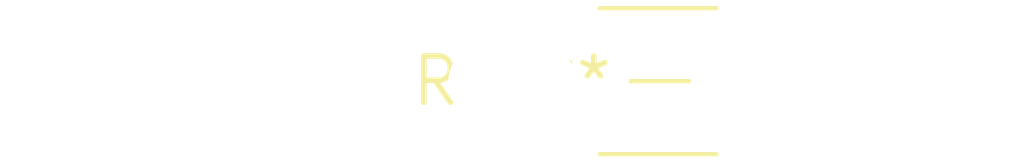
<source format=kicad_pcb>
(kicad_pcb (version 20240108) (generator pcbnew)
  (layers (0 "F.Cu" signal) (31 "B.Cu" signal) (34 "B.Paste" user) (35 "F.Paste" user) (36 "B.SilkS" user "B.Silkscreen") (37 "F.SilkS" user "F.Silkscreen") (38 "B.Mask" user) (39 "F.Mask" user) (44 "Edge.Cuts" user))
  (net 0 "")
  (footprint "Fuse_Blade_Mini_directSolder" (layer "F.Cu") (at 0 0)
    (property "Reference" "REF**")
    (property "Value" "Fuse_Blade_Mini_directSolder")
    (fp_line (start 2.4 -2) (end 5.6 -2) (layer "F.SilkS") (stroke (width 0.12)))
    (fp_line (start 3.25 0) (end 4.85 0) (layer "F.SilkS") (stroke (width 0.12)))
    (fp_line (start 5.6 2) (end 2.4 2) (layer "F.SilkS") (stroke (width 0.12)))
    (pad "1" thru_hole oval (at 0 0) (size 5.5 3.8) (drill oval 3.5 2) (layers *.Cu *.Mask) (remove_unused_layers))
    (pad "2" thru_hole oval (at 8 0) (size 5.3 3.8) (drill oval 3.5 2) (layers *.Cu *.Mask) (remove_unused_layers))
  )
)
</source>
